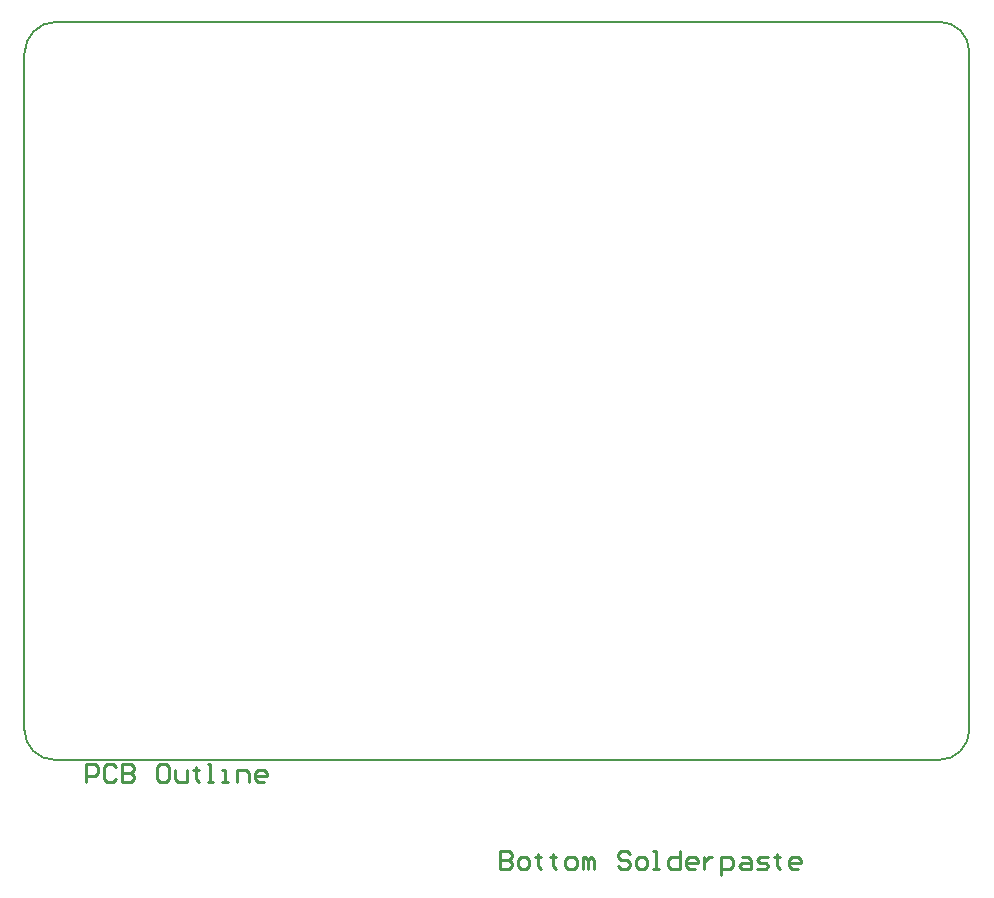
<source format=gbp>
G04*
G04 #@! TF.GenerationSoftware,Altium Limited,Altium Designer,25.8.1 (18)*
G04*
G04 Layer_Color=128*
%FSLAX24Y24*%
%MOIN*%
G70*
G04*
G04 #@! TF.SameCoordinates,09999318-E88C-4F9F-A6D3-71EC491E3F06*
G04*
G04*
G04 #@! TF.FilePolarity,Positive*
G04*
G01*
G75*
%ADD16C,0.0100*%
%ADD17C,0.0050*%
D16*
X15848Y-3053D02*
Y-3643D01*
X16143D01*
X16242Y-3545D01*
Y-3446D01*
X16143Y-3348D01*
X15848D01*
X16143D01*
X16242Y-3250D01*
Y-3151D01*
X16143Y-3053D01*
X15848D01*
X16537Y-3643D02*
X16734D01*
X16832Y-3545D01*
Y-3348D01*
X16734Y-3250D01*
X16537D01*
X16438Y-3348D01*
Y-3545D01*
X16537Y-3643D01*
X17127Y-3151D02*
Y-3250D01*
X17029D01*
X17226D01*
X17127D01*
Y-3545D01*
X17226Y-3643D01*
X17619Y-3151D02*
Y-3250D01*
X17521D01*
X17718D01*
X17619D01*
Y-3545D01*
X17718Y-3643D01*
X18111D02*
X18308D01*
X18406Y-3545D01*
Y-3348D01*
X18308Y-3250D01*
X18111D01*
X18013Y-3348D01*
Y-3545D01*
X18111Y-3643D01*
X18603D02*
Y-3250D01*
X18701D01*
X18800Y-3348D01*
Y-3643D01*
Y-3348D01*
X18898Y-3250D01*
X18997Y-3348D01*
Y-3643D01*
X20177Y-3151D02*
X20079Y-3053D01*
X19882D01*
X19784Y-3151D01*
Y-3250D01*
X19882Y-3348D01*
X20079D01*
X20177Y-3446D01*
Y-3545D01*
X20079Y-3643D01*
X19882D01*
X19784Y-3545D01*
X20473Y-3643D02*
X20669D01*
X20768Y-3545D01*
Y-3348D01*
X20669Y-3250D01*
X20473D01*
X20374Y-3348D01*
Y-3545D01*
X20473Y-3643D01*
X20964D02*
X21161D01*
X21063D01*
Y-3053D01*
X20964D01*
X21850D02*
Y-3643D01*
X21555D01*
X21456Y-3545D01*
Y-3348D01*
X21555Y-3250D01*
X21850D01*
X22342Y-3643D02*
X22145D01*
X22047Y-3545D01*
Y-3348D01*
X22145Y-3250D01*
X22342D01*
X22440Y-3348D01*
Y-3446D01*
X22047D01*
X22637Y-3250D02*
Y-3643D01*
Y-3446D01*
X22736Y-3348D01*
X22834Y-3250D01*
X22932D01*
X23228Y-3840D02*
Y-3250D01*
X23523D01*
X23621Y-3348D01*
Y-3545D01*
X23523Y-3643D01*
X23228D01*
X23916Y-3250D02*
X24113D01*
X24211Y-3348D01*
Y-3643D01*
X23916D01*
X23818Y-3545D01*
X23916Y-3446D01*
X24211D01*
X24408Y-3643D02*
X24703D01*
X24802Y-3545D01*
X24703Y-3446D01*
X24507D01*
X24408Y-3348D01*
X24507Y-3250D01*
X24802D01*
X25097Y-3151D02*
Y-3250D01*
X24999D01*
X25195D01*
X25097D01*
Y-3545D01*
X25195Y-3643D01*
X25786D02*
X25589D01*
X25491Y-3545D01*
Y-3348D01*
X25589Y-3250D01*
X25786D01*
X25884Y-3348D01*
Y-3446D01*
X25491D01*
X2069Y-730D02*
Y-139D01*
X2364D01*
X2462Y-238D01*
Y-435D01*
X2364Y-533D01*
X2069D01*
X3052Y-238D02*
X2954Y-139D01*
X2757D01*
X2659Y-238D01*
Y-631D01*
X2757Y-730D01*
X2954D01*
X3052Y-631D01*
X3249Y-139D02*
Y-730D01*
X3544D01*
X3643Y-631D01*
Y-533D01*
X3544Y-435D01*
X3249D01*
X3544D01*
X3643Y-336D01*
Y-238D01*
X3544Y-139D01*
X3249D01*
X4725D02*
X4528D01*
X4430Y-238D01*
Y-631D01*
X4528Y-730D01*
X4725D01*
X4824Y-631D01*
Y-238D01*
X4725Y-139D01*
X5020Y-336D02*
Y-631D01*
X5119Y-730D01*
X5414D01*
Y-336D01*
X5709Y-238D02*
Y-336D01*
X5611D01*
X5807D01*
X5709D01*
Y-631D01*
X5807Y-730D01*
X6103D02*
X6299D01*
X6201D01*
Y-139D01*
X6103D01*
X6595Y-730D02*
X6791D01*
X6693D01*
Y-336D01*
X6595D01*
X7087Y-730D02*
Y-336D01*
X7382D01*
X7480Y-435D01*
Y-730D01*
X7972D02*
X7775D01*
X7677Y-631D01*
Y-435D01*
X7775Y-336D01*
X7972D01*
X8070Y-435D01*
Y-533D01*
X7677D01*
D17*
X1072Y24606D02*
G03*
X0Y23534I0J-1072D01*
G01*
X31496Y23599D02*
G03*
X30489Y24606I-1007J0D01*
G01*
X30489Y0D02*
G03*
X31496Y1007I0J1007D01*
G01*
X0D02*
G03*
X1007Y0I1007J0D01*
G01*
X0Y1181D02*
Y23534D01*
X1072Y24606D02*
X30489D01*
X31496Y1007D02*
Y23599D01*
X1007Y0D02*
X30489D01*
X0Y1007D02*
Y1181D01*
M02*

</source>
